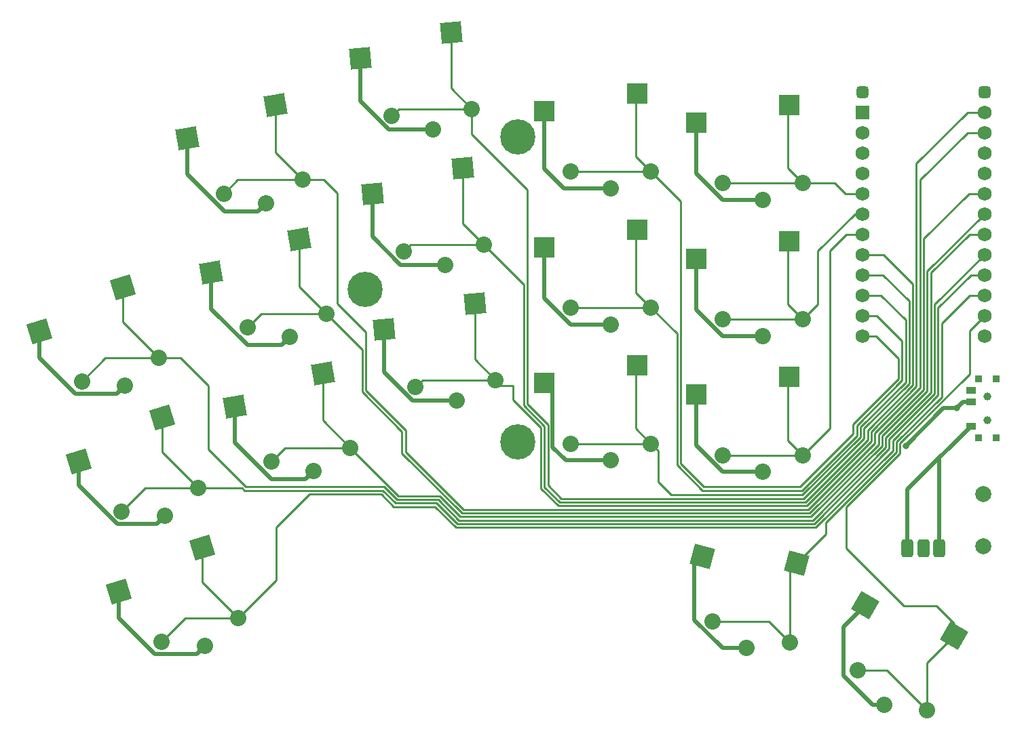
<source format=gtl>
%TF.GenerationSoftware,KiCad,Pcbnew,(6.0.4-0)*%
%TF.CreationDate,2022-04-26T17:06:56+02:00*%
%TF.ProjectId,rae_with_puck,7261655f-7769-4746-985f-7075636b2e6b,v1.0.0*%
%TF.SameCoordinates,Original*%
%TF.FileFunction,Copper,L1,Top*%
%TF.FilePolarity,Positive*%
%FSLAX46Y46*%
G04 Gerber Fmt 4.6, Leading zero omitted, Abs format (unit mm)*
G04 Created by KiCad (PCBNEW (6.0.4-0)) date 2022-04-26 17:06:56*
%MOMM*%
%LPD*%
G01*
G04 APERTURE LIST*
G04 Aperture macros list*
%AMRoundRect*
0 Rectangle with rounded corners*
0 $1 Rounding radius*
0 $2 $3 $4 $5 $6 $7 $8 $9 X,Y pos of 4 corners*
0 Add a 4 corners polygon primitive as box body*
4,1,4,$2,$3,$4,$5,$6,$7,$8,$9,$2,$3,0*
0 Add four circle primitives for the rounded corners*
1,1,$1+$1,$2,$3*
1,1,$1+$1,$4,$5*
1,1,$1+$1,$6,$7*
1,1,$1+$1,$8,$9*
0 Add four rect primitives between the rounded corners*
20,1,$1+$1,$2,$3,$4,$5,0*
20,1,$1+$1,$4,$5,$6,$7,0*
20,1,$1+$1,$6,$7,$8,$9,0*
20,1,$1+$1,$8,$9,$2,$3,0*%
%AMRotRect*
0 Rectangle, with rotation*
0 The origin of the aperture is its center*
0 $1 length*
0 $2 width*
0 $3 Rotation angle, in degrees counterclockwise*
0 Add horizontal line*
21,1,$1,$2,0,0,$3*%
G04 Aperture macros list end*
%TA.AperFunction,SMDPad,CuDef*%
%ADD10R,0.900000X0.900000*%
%TD*%
%TA.AperFunction,SMDPad,CuDef*%
%ADD11R,1.250000X0.900000*%
%TD*%
%TA.AperFunction,ComponentPad*%
%ADD12RoundRect,0.375000X-0.375000X-0.750000X0.375000X-0.750000X0.375000X0.750000X-0.375000X0.750000X0*%
%TD*%
%TA.AperFunction,ComponentPad*%
%ADD13C,2.000000*%
%TD*%
%TA.AperFunction,SMDPad,CuDef*%
%ADD14RotRect,2.600000X2.600000X10.000000*%
%TD*%
%TA.AperFunction,ComponentPad*%
%ADD15C,2.032000*%
%TD*%
%TA.AperFunction,SMDPad,CuDef*%
%ADD16RotRect,2.600000X2.600000X5.000000*%
%TD*%
%TA.AperFunction,SMDPad,CuDef*%
%ADD17R,2.600000X2.600000*%
%TD*%
%TA.AperFunction,SMDPad,CuDef*%
%ADD18RotRect,2.600000X2.600000X330.000000*%
%TD*%
%TA.AperFunction,WasherPad*%
%ADD19C,1.000000*%
%TD*%
%TA.AperFunction,SMDPad,CuDef*%
%ADD20RotRect,2.600000X2.600000X17.000000*%
%TD*%
%TA.AperFunction,SMDPad,CuDef*%
%ADD21RotRect,2.600000X2.600000X345.000000*%
%TD*%
%TA.AperFunction,ComponentPad*%
%ADD22R,1.752600X1.752600*%
%TD*%
%TA.AperFunction,ComponentPad*%
%ADD23C,1.752600*%
%TD*%
%TA.AperFunction,ComponentPad*%
%ADD24RoundRect,0.375000X-0.375000X-0.375000X0.375000X-0.375000X0.375000X0.375000X-0.375000X0.375000X0*%
%TD*%
%TA.AperFunction,ComponentPad*%
%ADD25C,4.400000*%
%TD*%
%TA.AperFunction,ViaPad*%
%ADD26C,0.800000*%
%TD*%
%TA.AperFunction,Conductor*%
%ADD27C,0.250000*%
%TD*%
%TA.AperFunction,Conductor*%
%ADD28C,0.500000*%
%TD*%
G04 APERTURE END LIST*
D10*
%TO.P,T1,*%
%TO.N,*%
X161311087Y69616483D03*
X163511087Y77016483D03*
X163511087Y69616483D03*
X161311087Y77016483D03*
D11*
%TO.P,T1,1*%
%TO.N,Braw*%
X160336087Y71066483D03*
%TO.P,T1,2*%
%TO.N,Bplus*%
X160336087Y74066483D03*
%TO.P,T1,3*%
%TO.N,N/C*%
X160336087Y75566483D03*
%TD*%
D12*
%TO.P,PAD1,1*%
%TO.N,Braw*%
X152411087Y55816483D03*
X156411087Y55816483D03*
%TO.P,PAD1,2*%
%TO.N,Bminus*%
X154411087Y55816483D03*
%TD*%
D13*
%TO.P,B1,1*%
%TO.N,RST*%
X161911087Y56066483D03*
%TO.P,B1,2*%
%TO.N,GND*%
X161911087Y62566483D03*
%TD*%
D14*
%TO.P,S11,1*%
%TO.N,P0*%
X73579149Y111173371D03*
%TO.P,S11,2*%
%TO.N,GND*%
X62586645Y107001157D03*
%TD*%
D15*
%TO.P,S34,1*%
%TO.N,P8*%
X146198518Y40569316D03*
X154858772Y35569316D03*
%TO.P,S34,2*%
%TO.N,GND*%
X149478645Y36250663D03*
X149478645Y36250663D03*
%TD*%
D16*
%TO.P,S15,1*%
%TO.N,P18*%
X96965604Y103326961D03*
%TO.P,S15,2*%
%TO.N,GND*%
X85651298Y100128683D03*
%TD*%
D17*
%TO.P,S21,2*%
%TO.N,GND*%
X107136087Y93436017D03*
%TO.P,S21,1*%
%TO.N,P16*%
X118686087Y95636017D03*
%TD*%
D15*
%TO.P,S8,1*%
%TO.N,P3*%
X73026972Y66651093D03*
X82875050Y68387574D03*
%TO.P,S8,2*%
%TO.N,GND*%
X78315672Y65451237D03*
X78315672Y65451237D03*
%TD*%
%TO.P,S14,1*%
%TO.N,P1*%
X91053509Y75957538D03*
X101015456Y76829096D03*
%TO.P,S14,2*%
%TO.N,GND*%
X96217510Y74301308D03*
X96217510Y74301308D03*
%TD*%
%TO.P,S20,2*%
%TO.N,GND*%
X115411087Y66786017D03*
X115411087Y66786017D03*
%TO.P,S20,1*%
%TO.N,P14*%
X110411087Y68886017D03*
X120411087Y68886017D03*
%TD*%
%TO.P,S28,2*%
%TO.N,GND*%
X134377759Y82346289D03*
X134377759Y82346289D03*
%TO.P,S28,1*%
%TO.N,P20*%
X139377759Y84446289D03*
X129377759Y84446289D03*
%TD*%
%TO.P,S26,2*%
%TO.N,GND*%
X134377759Y65346289D03*
X134377759Y65346289D03*
%TO.P,S26,1*%
%TO.N,P19*%
X139377759Y67446289D03*
X129377759Y67446289D03*
%TD*%
D17*
%TO.P,S29,2*%
%TO.N,GND*%
X126102759Y108996289D03*
%TO.P,S29,1*%
%TO.N,P21*%
X137652759Y111196289D03*
%TD*%
D18*
%TO.P,S33,1*%
%TO.N,P8*%
X158239878Y44875564D03*
%TO.P,S33,2*%
%TO.N,GND*%
X147137285Y48745308D03*
%TD*%
D14*
%TO.P,S7,1*%
%TO.N,P3*%
X79483187Y77689907D03*
%TO.P,S7,2*%
%TO.N,GND*%
X68490683Y73517693D03*
%TD*%
D15*
%TO.P,S2,1*%
%TO.N,P6*%
X59359170Y44161364D03*
X68922217Y47085081D03*
%TO.P,S2,2*%
%TO.N,GND*%
X64754674Y43614983D03*
X64754674Y43614983D03*
%TD*%
D19*
%TO.P,T2,*%
%TO.N,*%
X162411087Y74816483D03*
X162411087Y71816483D03*
%TD*%
D20*
%TO.P,S1,1*%
%TO.N,P6*%
X64421967Y55904712D03*
%TO.P,S1,2*%
%TO.N,GND*%
X54019865Y50423948D03*
%TD*%
%TO.P,S5,1*%
%TO.N,P4*%
X54481329Y88419074D03*
%TO.P,S5,2*%
%TO.N,GND*%
X44079227Y82938310D03*
%TD*%
D17*
%TO.P,S27,2*%
%TO.N,GND*%
X126102759Y91996289D03*
%TO.P,S27,1*%
%TO.N,P20*%
X137652759Y94196289D03*
%TD*%
D14*
%TO.P,S9,1*%
%TO.N,P2*%
X76531168Y94431639D03*
%TO.P,S9,2*%
%TO.N,GND*%
X65538664Y90259425D03*
%TD*%
D15*
%TO.P,S16,1*%
%TO.N,P18*%
X99533808Y93764406D03*
X89571861Y92892848D03*
%TO.P,S16,2*%
%TO.N,GND*%
X94735862Y91236618D03*
X94735862Y91236618D03*
%TD*%
%TO.P,S30,2*%
%TO.N,GND*%
X134377759Y99346289D03*
X134377759Y99346289D03*
%TO.P,S30,1*%
%TO.N,P21*%
X129377759Y101446289D03*
X139377759Y101446289D03*
%TD*%
D16*
%TO.P,S13,1*%
%TO.N,P1*%
X98447252Y86391651D03*
%TO.P,S13,2*%
%TO.N,GND*%
X87132946Y83193373D03*
%TD*%
D15*
%TO.P,S24,2*%
%TO.N,GND*%
X115411087Y100786017D03*
X115411087Y100786017D03*
%TO.P,S24,1*%
%TO.N,P10*%
X120411087Y102886017D03*
X110411087Y102886017D03*
%TD*%
D16*
%TO.P,S17,1*%
%TO.N,P15*%
X95483957Y120262271D03*
%TO.P,S17,2*%
%TO.N,GND*%
X84169651Y117063993D03*
%TD*%
D15*
%TO.P,S4,1*%
%TO.N,P5*%
X54388851Y60418545D03*
X63951898Y63342262D03*
%TO.P,S4,2*%
%TO.N,GND*%
X59784355Y59872164D03*
X59784355Y59872164D03*
%TD*%
%TO.P,S10,1*%
%TO.N,P2*%
X70074953Y83392825D03*
X79923031Y85129306D03*
%TO.P,S10,2*%
%TO.N,GND*%
X75363653Y82192969D03*
X75363653Y82192969D03*
%TD*%
%TO.P,S22,2*%
%TO.N,GND*%
X115411087Y83786017D03*
X115411087Y83786017D03*
%TO.P,S22,1*%
%TO.N,P16*%
X120411087Y85886017D03*
X110411087Y85886017D03*
%TD*%
D21*
%TO.P,S31,1*%
%TO.N,P7*%
X138594426Y53938364D03*
%TO.P,S31,2*%
%TO.N,GND*%
X126868581Y54802687D03*
%TD*%
D22*
%TO.P,MCU1,1*%
%TO.N,RAW*%
X146791087Y110286483D03*
D23*
%TO.P,MCU1,2*%
%TO.N,GND*%
X146791087Y107746483D03*
%TO.P,MCU1,3*%
%TO.N,RST*%
X146791087Y105206483D03*
%TO.P,MCU1,4*%
%TO.N,VCC*%
X146791087Y102666483D03*
%TO.P,MCU1,5*%
%TO.N,P21*%
X146791087Y100126483D03*
%TO.P,MCU1,6*%
%TO.N,P20*%
X146791087Y97586483D03*
%TO.P,MCU1,7*%
%TO.N,P19*%
X146791087Y95046483D03*
%TO.P,MCU1,8*%
%TO.N,P18*%
X146791087Y92506483D03*
%TO.P,MCU1,9*%
%TO.N,P15*%
X146791087Y89966483D03*
%TO.P,MCU1,10*%
%TO.N,P14*%
X146791087Y87426483D03*
%TO.P,MCU1,11*%
%TO.N,P16*%
X146791087Y84886483D03*
%TO.P,MCU1,12*%
%TO.N,P10*%
X146791087Y82346483D03*
%TO.P,MCU1,13*%
%TO.N,P1*%
X162031087Y110286483D03*
%TO.P,MCU1,14*%
%TO.N,P0*%
X162031087Y107746483D03*
%TO.P,MCU1,15*%
%TO.N,GND*%
X162031087Y105206483D03*
%TO.P,MCU1,16*%
X162031087Y102666483D03*
%TO.P,MCU1,17*%
%TO.N,P2*%
X162031087Y100126483D03*
%TO.P,MCU1,18*%
%TO.N,P3*%
X162031087Y97586483D03*
%TO.P,MCU1,19*%
%TO.N,P4*%
X162031087Y95046483D03*
%TO.P,MCU1,20*%
%TO.N,P5*%
X162031087Y92506483D03*
%TO.P,MCU1,21*%
%TO.N,P6*%
X162031087Y89966483D03*
%TO.P,MCU1,22*%
%TO.N,P7*%
X162031087Y87426483D03*
%TO.P,MCU1,23*%
%TO.N,P8*%
X162031087Y84886483D03*
%TO.P,MCU1,24*%
%TO.N,P9*%
X162031087Y82346483D03*
D24*
%TO.P,MCU1,25*%
%TO.N,Bplus*%
X146791087Y112826483D03*
%TO.N,Bminus*%
X162031087Y112826483D03*
%TD*%
D20*
%TO.P,S3,1*%
%TO.N,P5*%
X59451648Y72161893D03*
%TO.P,S3,2*%
%TO.N,GND*%
X49049546Y66681129D03*
%TD*%
D15*
%TO.P,S32,1*%
%TO.N,P7*%
X137737163Y44074125D03*
X128077904Y46662315D03*
%TO.P,S32,2*%
%TO.N,GND*%
X132364014Y43339776D03*
X132364014Y43339776D03*
%TD*%
D25*
%TO.P,REF\u002A\u002A,1*%
%TO.N,N/C*%
X103797220Y107191427D03*
X103797220Y69091427D03*
X84747220Y88141427D03*
%TD*%
D15*
%TO.P,S12,1*%
%TO.N,P0*%
X76971012Y101871038D03*
X67122934Y100134557D03*
%TO.P,S12,2*%
%TO.N,GND*%
X72411634Y98934701D03*
X72411634Y98934701D03*
%TD*%
D17*
%TO.P,S23,2*%
%TO.N,GND*%
X107136087Y110436017D03*
%TO.P,S23,1*%
%TO.N,P10*%
X118686087Y112636017D03*
%TD*%
%TO.P,S25,2*%
%TO.N,GND*%
X126102759Y74996289D03*
%TO.P,S25,1*%
%TO.N,P19*%
X137652759Y77196289D03*
%TD*%
D15*
%TO.P,S6,1*%
%TO.N,P4*%
X49418532Y76675726D03*
X58981579Y79599443D03*
%TO.P,S6,2*%
%TO.N,GND*%
X54814036Y76129345D03*
X54814036Y76129345D03*
%TD*%
D17*
%TO.P,S19,2*%
%TO.N,GND*%
X107136087Y76436017D03*
%TO.P,S19,1*%
%TO.N,P14*%
X118686087Y78636017D03*
%TD*%
D15*
%TO.P,S18,1*%
%TO.N,P15*%
X88090214Y109828158D03*
X98052161Y110699716D03*
%TO.P,S18,2*%
%TO.N,GND*%
X93254215Y108171928D03*
X93254215Y108171928D03*
%TD*%
D26*
%TO.N,Bplus*%
X158572200Y73304400D03*
X152222200Y68605400D03*
%TD*%
D27*
%TO.N,P1*%
X101015456Y76829096D02*
X101683852Y76160700D01*
X108847604Y61117120D02*
X139851376Y61117120D01*
X101683852Y76160700D02*
X103244938Y76160700D01*
X103244938Y74318570D02*
X106680000Y70883508D01*
X139851376Y61117120D02*
X147901529Y69167273D01*
X106680000Y70883508D02*
X106680000Y63284724D01*
X147901529Y70395087D02*
X153535920Y76029478D01*
X103244938Y76160700D02*
X103244938Y74318570D01*
X153535920Y76029478D02*
X153535920Y103929720D01*
X106680000Y63284724D02*
X108847604Y61117120D01*
X147901529Y69167273D02*
X147901529Y70395087D01*
X153535920Y103929720D02*
X159892683Y110286483D01*
X159892683Y110286483D02*
X162031087Y110286483D01*
%TO.N,P18*%
X99533808Y93764406D02*
X104528680Y88769534D01*
X147452009Y70581285D02*
X153086400Y76215676D01*
X149428517Y92506483D02*
X146791087Y92506483D01*
X104528680Y88769534D02*
X104528680Y73670546D01*
X107129520Y63470922D02*
X109033802Y61566640D01*
X104528680Y73670546D02*
X107129520Y71069705D01*
X107129520Y71069705D02*
X107129520Y63470922D01*
X109033802Y61566640D02*
X139665178Y61566640D01*
X153086400Y88848600D02*
X149428517Y92506483D01*
X147452009Y69353471D02*
X147452009Y70581285D01*
X139665178Y61566640D02*
X147452009Y69353471D01*
X153086400Y76215676D02*
X153086400Y88848600D01*
%TO.N,P15*%
X107579040Y71255902D02*
X107579040Y63657120D01*
X107579040Y63657120D02*
X109220000Y62016160D01*
X98052161Y107541789D02*
X104978200Y100615750D01*
X104978200Y73856744D02*
X107579040Y71255902D01*
X104978200Y100615750D02*
X104978200Y73856744D01*
X98052161Y110699716D02*
X98052161Y107541789D01*
X109220000Y62016160D02*
X139478980Y62016160D01*
X139478980Y62016160D02*
X147002489Y69539669D01*
X147002489Y69539669D02*
X147002489Y70767483D01*
X152636880Y76401874D02*
X152636880Y86707320D01*
X147002489Y70767483D02*
X152636880Y76401874D01*
X152636880Y86707320D02*
X149377717Y89966483D01*
X149377717Y89966483D02*
X146791087Y89966483D01*
%TO.N,P19*%
X139377759Y67446289D02*
X142714672Y70783202D01*
X142714672Y70783202D02*
X142714672Y93014289D01*
X142714672Y93014289D02*
X144746866Y95046483D01*
X144746866Y95046483D02*
X146791087Y95046483D01*
%TO.N,P20*%
X139377759Y84446289D02*
X141252280Y86320810D01*
X141252280Y86320810D02*
X141252280Y92962014D01*
X141252280Y92962014D02*
X145876749Y97586483D01*
X145876749Y97586483D02*
X146791087Y97586483D01*
%TO.N,P21*%
X139377759Y101446289D02*
X143367759Y101446289D01*
X143367759Y101446289D02*
X144687565Y100126483D01*
X144687565Y100126483D02*
X146791087Y100126483D01*
%TO.N,P0*%
X76971012Y101871038D02*
X79561162Y101871038D01*
X81280000Y86360000D02*
X84836000Y82804000D01*
X79561162Y101871038D02*
X81280000Y100152200D01*
X81280000Y100152200D02*
X81280000Y86360000D01*
X84836000Y82804000D02*
X84836000Y75539601D01*
X97006160Y60667600D02*
X140037574Y60667600D01*
X140037574Y60667600D02*
X148351049Y68981075D01*
X84836000Y75539601D02*
X89799040Y70576560D01*
X148351049Y68981075D02*
X148351049Y70208889D01*
X153985440Y75843280D02*
X153985440Y101839240D01*
X153985440Y101839240D02*
X159892683Y107746483D01*
X89799040Y70576560D02*
X89799040Y67874720D01*
X89799040Y67874720D02*
X97006160Y60667600D01*
X148351049Y70208889D02*
X153985440Y75843280D01*
X159892683Y107746483D02*
X162031087Y107746483D01*
D28*
%TO.N,GND*%
X134377759Y65346289D02*
X129405212Y65346289D01*
X129405212Y65346289D02*
X126102759Y68648742D01*
X126102759Y68648742D02*
X126102759Y74996289D01*
D27*
%TO.N,P16*%
X120411087Y85886017D02*
X123654880Y82642224D01*
X148615717Y84886483D02*
X146791087Y84886483D01*
X123654880Y82642224D02*
X123654880Y66209402D01*
X123654880Y66209402D02*
X126813802Y63050480D01*
X126813802Y63050480D02*
X139241864Y63050480D01*
X139241864Y63050480D02*
X146103449Y69912065D01*
X146103449Y69912065D02*
X146103449Y71139879D01*
X146103449Y71139879D02*
X151737840Y76774270D01*
X151737840Y76774270D02*
X151737840Y81764360D01*
X151737840Y81764360D02*
X148615717Y84886483D01*
%TO.N,P10*%
X120411087Y102886017D02*
X124104400Y99192704D01*
X124104400Y99192704D02*
X124104400Y66395600D01*
X124104400Y66395600D02*
X127000000Y63500000D01*
X127000000Y63500000D02*
X139055666Y63500000D01*
X139055666Y63500000D02*
X145653929Y70098263D01*
X145653929Y70098263D02*
X145653929Y71326077D01*
X145653929Y71326077D02*
X151288320Y76960468D01*
X151288320Y76960468D02*
X151288320Y79521480D01*
X151288320Y79521480D02*
X148463317Y82346483D01*
X148463317Y82346483D02*
X146791087Y82346483D01*
%TO.N,P14*%
X146791087Y87426483D02*
X149072917Y87426483D01*
X139292782Y62465680D02*
X122954320Y62465680D01*
X149072917Y87426483D02*
X152187360Y84312040D01*
X121313587Y64106413D02*
X121313587Y67983517D01*
X121313587Y67983517D02*
X120411087Y68886017D01*
X146552969Y70953681D02*
X146552969Y69725867D01*
X152187360Y76588072D02*
X146552969Y70953681D01*
X152187360Y84312040D02*
X152187360Y76588072D01*
X146552969Y69725867D02*
X139292782Y62465680D01*
X122954320Y62465680D02*
X121313587Y64106413D01*
%TO.N,P21*%
X146194604Y100126483D02*
X146791087Y100126483D01*
%TO.N,P7*%
X138594426Y53938364D02*
X142240000Y57583938D01*
X142240000Y57583938D02*
X142240000Y59055718D01*
X142240000Y59055718D02*
X151048169Y67863887D01*
X151048169Y67863887D02*
X151048169Y69091701D01*
X151048169Y69091701D02*
X156682560Y74726092D01*
X156682560Y74726092D02*
X156682560Y83936960D01*
X156682560Y83936960D02*
X160172083Y87426483D01*
X160172083Y87426483D02*
X162031087Y87426483D01*
%TO.N,P6*%
X73660000Y51822864D02*
X73660000Y58420000D01*
X73660000Y58420000D02*
X77840960Y62600960D01*
X77840960Y62600960D02*
X86754511Y62600960D01*
X68922217Y47085081D02*
X73660000Y51822864D01*
X86754511Y62600960D02*
X88341409Y61014064D01*
X88341409Y61014064D02*
X93481109Y61014064D01*
X93481109Y61014064D02*
X96075173Y58420000D01*
X96075173Y58420000D02*
X140968564Y58420000D01*
X140968564Y58420000D02*
X150598649Y68050085D01*
X150598649Y68050085D02*
X150598649Y69277899D01*
X150598649Y69277899D02*
X156233040Y74912290D01*
X156233040Y74912290D02*
X156233040Y85875040D01*
X156233040Y85875040D02*
X160324483Y89966483D01*
X160324483Y89966483D02*
X162031087Y89966483D01*
%TO.N,P5*%
X69397420Y63342262D02*
X69689203Y63050480D01*
X86940708Y63050480D02*
X88527606Y61463584D01*
X69689203Y63050480D02*
X86940708Y63050480D01*
X155783520Y75098488D02*
X155783520Y86258916D01*
X63951898Y63342262D02*
X69397420Y63342262D01*
X88527606Y61463584D02*
X93667305Y61463584D01*
X93667305Y61463584D02*
X96261369Y58869520D01*
X96261369Y58869520D02*
X140782366Y58869520D01*
X140782366Y58869520D02*
X150149129Y68236283D01*
X150149129Y68236283D02*
X150149129Y69464097D01*
X150149129Y69464097D02*
X155783520Y75098488D01*
X155783520Y86258916D02*
X162031087Y92506483D01*
%TO.N,P4*%
X58981579Y79599443D02*
X61700757Y79599443D01*
X140596168Y59319040D02*
X149699609Y68422481D01*
X61700757Y79599443D02*
X65176400Y76123800D01*
X65176400Y76123800D02*
X65176400Y68199000D01*
X69875400Y63500000D02*
X87126906Y63500000D01*
X65176400Y68199000D02*
X69875400Y63500000D01*
X93853502Y61913104D02*
X96447566Y59319040D01*
X96447566Y59319040D02*
X140596168Y59319040D01*
X88713803Y61913104D02*
X93853502Y61913104D01*
X87126906Y63500000D02*
X88713803Y61913104D01*
X149699609Y68422481D02*
X149699609Y69650295D01*
X149699609Y69650295D02*
X155334000Y75284686D01*
X155334000Y75284686D02*
X155334000Y90233800D01*
X155334000Y90233800D02*
X160146683Y95046483D01*
X160146683Y95046483D02*
X162031087Y95046483D01*
%TO.N,P3*%
X96633764Y59768560D02*
X140409970Y59768560D01*
X88900000Y62362624D02*
X94039700Y62362624D01*
X82875050Y68387574D02*
X88900000Y62362624D01*
X94039700Y62362624D02*
X96633764Y59768560D01*
X140409970Y59768560D02*
X149250089Y68608679D01*
X149250089Y68608679D02*
X149250089Y69836493D01*
X149250089Y69836493D02*
X154884480Y75470884D01*
X154884480Y75470884D02*
X154884480Y90439876D01*
X154884480Y90439876D02*
X162031087Y97586483D01*
%TO.N,P2*%
X79923031Y85129306D02*
X84386480Y80665857D01*
X84386480Y80665857D02*
X84386480Y75353403D01*
X84386480Y75353403D02*
X89349520Y70390363D01*
X89349520Y70390363D02*
X89349520Y67688522D01*
X89349520Y67688522D02*
X96819962Y60218080D01*
X96819962Y60218080D02*
X140223772Y60218080D01*
X140223772Y60218080D02*
X148800569Y68794877D01*
X148800569Y68794877D02*
X148800569Y70022691D01*
X148800569Y70022691D02*
X154434960Y75657082D01*
X154434960Y75657082D02*
X154434960Y94490960D01*
X154434960Y94490960D02*
X160070483Y100126483D01*
X160070483Y100126483D02*
X162031087Y100126483D01*
%TO.N,P8*%
X158239878Y46376675D02*
X156026353Y48590200D01*
X144780000Y55778400D02*
X144780000Y60960000D01*
X144780000Y60960000D02*
X151497689Y67677689D01*
X151968200Y48590200D02*
X144780000Y55778400D01*
X156026353Y48590200D02*
X151968200Y48590200D01*
X158239878Y44875564D02*
X158239878Y46376675D01*
X160146683Y83002079D02*
X162031087Y84886483D01*
X151497689Y67677689D02*
X151497689Y68905503D01*
X151497689Y68905503D02*
X160146683Y77554497D01*
X160146683Y77554497D02*
X160146683Y83002079D01*
%TO.N,P6*%
X62282887Y47085081D02*
X59359170Y44161364D01*
X68922217Y47085081D02*
X62282887Y47085081D01*
X64421967Y55904712D02*
X64421967Y51585331D01*
X64421967Y51585331D02*
X68922217Y47085081D01*
D28*
%TO.N,GND*%
X53878684Y58856165D02*
X49049546Y63685303D01*
X90637192Y74301308D02*
X87132946Y77805554D01*
X87673897Y108171928D02*
X84169651Y111676174D01*
X67206698Y97918702D02*
X62586645Y102538755D01*
X132364014Y43339776D02*
X129327896Y43339776D01*
X126102759Y85648742D02*
X126102759Y91996289D01*
X115411087Y66786017D02*
X109815760Y66786017D01*
X125807135Y53741241D02*
X126868581Y54802687D01*
X134377759Y82346289D02*
X129405212Y82346289D01*
X84169651Y111676174D02*
X84169651Y117063993D01*
X96217510Y74301308D02*
X90637192Y74301308D01*
X70080030Y81176970D02*
X65538664Y85718336D01*
X144424400Y39868068D02*
X144424400Y46032423D01*
X59784355Y59872164D02*
X58768356Y58856165D01*
X77299673Y64435238D02*
X73105762Y64435238D01*
X54019865Y47072135D02*
X54019865Y50423948D01*
X126102759Y102648742D02*
X126102759Y108996289D01*
X68490683Y69050317D02*
X68490683Y73517693D01*
X129327896Y43339776D02*
X125807135Y46860537D01*
X93254215Y108171928D02*
X87673897Y108171928D01*
X72411634Y98934701D02*
X71395635Y97918702D01*
X44079227Y79593373D02*
X44079227Y82938310D01*
X64754674Y43614983D02*
X63738675Y42598984D01*
X129405212Y99346289D02*
X126102759Y102648742D01*
X107136087Y103216201D02*
X107136087Y110436017D01*
X115411087Y100786017D02*
X109566271Y100786017D01*
X73105762Y64435238D02*
X68490683Y69050317D01*
X110438540Y83786017D02*
X107136087Y87088470D01*
X144424400Y46032423D02*
X147137285Y48745308D01*
X148041805Y36250663D02*
X144424400Y39868068D01*
X108153560Y68448217D02*
X108153560Y75418544D01*
X129405212Y82346289D02*
X126102759Y85648742D01*
X62586645Y102538755D02*
X62586645Y107001157D01*
X115411087Y83786017D02*
X110438540Y83786017D01*
X58493016Y42598984D02*
X54019865Y47072135D01*
X85651298Y94740864D02*
X85651298Y100128683D01*
X107136087Y87088470D02*
X107136087Y93436017D01*
X108153560Y76015027D02*
X107136087Y77032500D01*
X109566271Y100786017D02*
X107136087Y103216201D01*
X87132946Y77805554D02*
X87132946Y83193373D01*
X78315672Y65451237D02*
X77299673Y64435238D01*
X125807135Y46860537D02*
X125807135Y53741241D01*
X58768356Y58856165D02*
X53878684Y58856165D01*
X63738675Y42598984D02*
X58493016Y42598984D01*
X53798037Y75113346D02*
X48559254Y75113346D01*
X48559254Y75113346D02*
X44079227Y79593373D01*
X134377759Y99346289D02*
X129405212Y99346289D01*
X49049546Y63685303D02*
X49049546Y66681129D01*
X75363653Y82192969D02*
X74347654Y81176970D01*
X94735862Y91236618D02*
X89155544Y91236618D01*
X149478645Y36250663D02*
X148041805Y36250663D01*
X109815760Y66786017D02*
X108153560Y68448217D01*
X74347654Y81176970D02*
X70080030Y81176970D01*
X54814036Y76129345D02*
X53798037Y75113346D01*
X89155544Y91236618D02*
X85651298Y94740864D01*
X65538664Y85718336D02*
X65538664Y90259425D01*
X71395635Y97918702D02*
X67206698Y97918702D01*
D27*
%TO.N,P5*%
X59451648Y67842512D02*
X63951898Y63342262D01*
X63951898Y63342262D02*
X57312568Y63342262D01*
X57312568Y63342262D02*
X54388851Y60418545D01*
X59451648Y72161893D02*
X59451648Y67842512D01*
%TO.N,P4*%
X58981579Y79599443D02*
X52342249Y79599443D01*
X54481329Y88419074D02*
X54481329Y84099693D01*
X52342249Y79599443D02*
X49418532Y76675726D01*
X54481329Y84099693D02*
X58981579Y79599443D01*
%TO.N,P3*%
X79483187Y71779437D02*
X82875050Y68387574D01*
X82875050Y68387574D02*
X74763453Y68387574D01*
X79483187Y77689907D02*
X79483187Y71779437D01*
X74763453Y68387574D02*
X73026972Y66651093D01*
%TO.N,P2*%
X76531168Y88521169D02*
X79923031Y85129306D01*
X76531168Y94431639D02*
X76531168Y88521169D01*
X79923031Y85129306D02*
X71811434Y85129306D01*
X71811434Y85129306D02*
X70074953Y83392825D01*
%TO.N,P0*%
X68859415Y101871038D02*
X67122934Y100134557D01*
X73579149Y111173371D02*
X73579149Y105262901D01*
X76971012Y101871038D02*
X68859415Y101871038D01*
X73579149Y105262901D02*
X76971012Y101871038D01*
%TO.N,P1*%
X91925067Y76829096D02*
X91053509Y75957538D01*
X101015456Y76829096D02*
X98447252Y79397300D01*
X98447252Y79397300D02*
X98447252Y86391651D01*
X101015456Y76829096D02*
X91925067Y76829096D01*
%TO.N,P18*%
X99533808Y93764406D02*
X90443419Y93764406D01*
X96965604Y96332610D02*
X99533808Y93764406D01*
X96965604Y103326961D02*
X96965604Y96332610D01*
X90443419Y93764406D02*
X89571861Y92892848D01*
%TO.N,P15*%
X95483957Y120262271D02*
X95483957Y113267920D01*
X88961772Y110699716D02*
X88090214Y109828158D01*
X98052161Y110699716D02*
X88961772Y110699716D01*
X95483957Y113267920D02*
X98052161Y110699716D01*
%TO.N,P14*%
X120411087Y68886017D02*
X110411087Y68886017D01*
X118536566Y78486496D02*
X118536566Y70760538D01*
X118536566Y70760538D02*
X120411087Y68886017D01*
X118686087Y78636017D02*
X118536566Y78486496D01*
%TO.N,P16*%
X118536566Y87760538D02*
X120411087Y85886017D01*
X110411087Y85886017D02*
X120411087Y85886017D01*
X118536566Y95486496D02*
X118536566Y87760538D01*
X118686087Y95636017D02*
X118536566Y95486496D01*
%TO.N,P10*%
X118536566Y112486496D02*
X118536566Y104760538D01*
X120411087Y102886017D02*
X110411087Y102886017D01*
X118686087Y112636017D02*
X118536566Y112486496D01*
X118536566Y104760538D02*
X120411087Y102886017D01*
%TO.N,P19*%
X139377759Y67446289D02*
X129377759Y67446289D01*
X137503238Y77046768D02*
X137652759Y77196289D01*
X137503238Y69320810D02*
X137503238Y77046768D01*
X139377759Y67446289D02*
X137503238Y69320810D01*
%TO.N,P20*%
X137503238Y86320810D02*
X137503238Y94046768D01*
X139377759Y84446289D02*
X137503238Y86320810D01*
X137503238Y94046768D02*
X137652759Y94196289D01*
X129377759Y84446289D02*
X139377759Y84446289D01*
%TO.N,P21*%
X137503238Y103320810D02*
X137503238Y111046768D01*
X137503238Y111046768D02*
X137652759Y111196289D01*
X139377759Y101446289D02*
X137503238Y103320810D01*
X129377759Y101446289D02*
X128961789Y101446289D01*
X129377759Y101446289D02*
X139377759Y101446289D01*
X128961789Y101446289D02*
X128846272Y101561806D01*
%TO.N,P7*%
X135148973Y46662315D02*
X128077904Y46662315D01*
X137737163Y44074125D02*
X135148973Y46662315D01*
X138594426Y53938364D02*
X137737163Y53081101D01*
X137737163Y53081101D02*
X137737163Y44074125D01*
%TO.N,P8*%
X149858772Y40569316D02*
X146198518Y40569316D01*
X158239878Y44875564D02*
X154858772Y41494458D01*
X154858772Y35569316D02*
X149858772Y40569316D01*
X154858772Y41494458D02*
X154858772Y35569316D01*
D28*
%TO.N,Bplus*%
X159334283Y74066483D02*
X158572200Y73304400D01*
X160336087Y74066483D02*
X159334283Y74066483D01*
X152222200Y68605400D02*
X156921200Y73304400D01*
X156921200Y73304400D02*
X158572200Y73304400D01*
%TO.N,Braw*%
X152411087Y55816483D02*
X152411087Y63155487D01*
X156411087Y67155487D02*
X156411087Y55816483D01*
X157810200Y68554600D02*
X156411087Y67155487D01*
X152411087Y63155487D02*
X156411087Y67155487D01*
X157824204Y68554600D02*
X157810200Y68554600D01*
X160336087Y71066483D02*
X157824204Y68554600D01*
%TD*%
M02*

</source>
